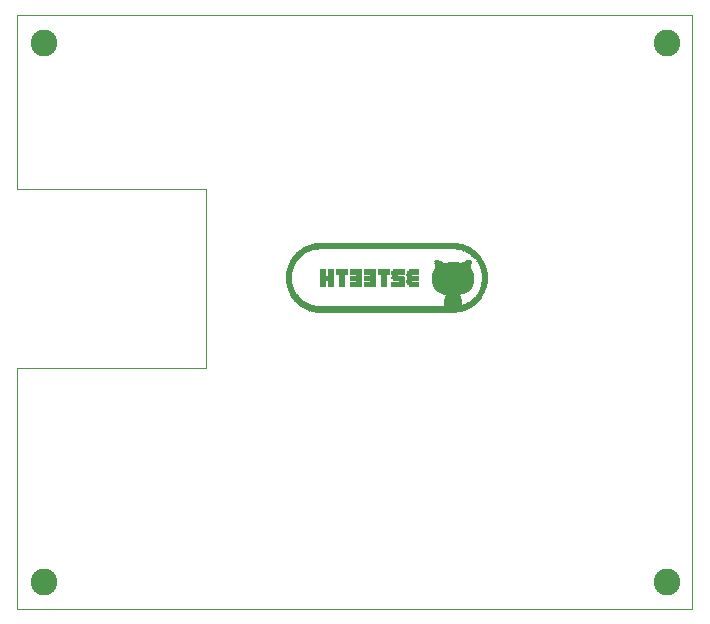
<source format=gbo>
G75*
%MOIN*%
%OFA0B0*%
%FSLAX25Y25*%
%IPPOS*%
%LPD*%
%AMOC8*
5,1,8,0,0,1.08239X$1,22.5*
%
%ADD10R,0.47420X0.00084*%
%ADD11R,0.48080X0.00083*%
%ADD12R,0.49170X0.00083*%
%ADD13R,0.00080X0.00083*%
%ADD14R,0.49920X0.00084*%
%ADD15R,0.00090X0.00083*%
%ADD16R,0.50500X0.00083*%
%ADD17R,0.51170X0.00083*%
%ADD18R,0.51660X0.00084*%
%ADD19R,0.52170X0.00083*%
%ADD20R,0.52670X0.00083*%
%ADD21R,0.53080X0.00084*%
%ADD22R,0.53340X0.00083*%
%ADD23R,0.53750X0.00083*%
%ADD24R,0.54250X0.00084*%
%ADD25R,0.54580X0.00083*%
%ADD26R,0.54830X0.00083*%
%ADD27R,0.00090X0.00084*%
%ADD28R,0.55000X0.00084*%
%ADD29R,0.55420X0.00083*%
%ADD30R,0.55750X0.00083*%
%ADD31R,0.56080X0.00084*%
%ADD32R,0.56330X0.00083*%
%ADD33R,0.56580X0.00083*%
%ADD34R,0.56830X0.00084*%
%ADD35R,0.09330X0.00083*%
%ADD36R,0.06580X0.00083*%
%ADD37R,0.09340X0.00083*%
%ADD38R,0.05660X0.00083*%
%ADD39R,0.09590X0.00084*%
%ADD40R,0.05090X0.00084*%
%ADD41R,0.09590X0.00083*%
%ADD42R,0.04750X0.00083*%
%ADD43R,0.03910X0.00083*%
%ADD44R,0.05670X0.00083*%
%ADD45R,0.04330X0.00083*%
%ADD46R,0.03840X0.00084*%
%ADD47R,0.00080X0.00084*%
%ADD48R,0.05750X0.00084*%
%ADD49R,0.04420X0.00084*%
%ADD50R,0.03750X0.00083*%
%ADD51R,0.04250X0.00083*%
%ADD52R,0.03590X0.00083*%
%ADD53R,0.05750X0.00083*%
%ADD54R,0.04000X0.00083*%
%ADD55R,0.03410X0.00084*%
%ADD56R,0.05670X0.00084*%
%ADD57R,0.03830X0.00084*%
%ADD58R,0.03330X0.00083*%
%ADD59R,0.03250X0.00083*%
%ADD60R,0.03670X0.00083*%
%ADD61R,0.03250X0.00084*%
%ADD62R,0.03670X0.00084*%
%ADD63R,0.03090X0.00083*%
%ADD64R,0.03500X0.00083*%
%ADD65R,0.03080X0.00083*%
%ADD66R,0.03080X0.00084*%
%ADD67R,0.03420X0.00084*%
%ADD68R,0.02920X0.00083*%
%ADD69R,0.03000X0.00084*%
%ADD70R,0.03170X0.00084*%
%ADD71R,0.02840X0.00083*%
%ADD72R,0.05590X0.00083*%
%ADD73R,0.03170X0.00083*%
%ADD74R,0.02750X0.00084*%
%ADD75R,0.05590X0.00084*%
%ADD76R,0.02750X0.00083*%
%ADD77R,0.02670X0.00083*%
%ADD78R,0.03000X0.00083*%
%ADD79R,0.02910X0.00084*%
%ADD80R,0.02920X0.00083*%
%ADD81R,0.02590X0.00083*%
%ADD82R,0.02830X0.00083*%
%ADD83R,0.02580X0.00084*%
%ADD84R,0.02500X0.00084*%
%ADD85R,0.02500X0.00083*%
%ADD86R,0.02660X0.00083*%
%ADD87R,0.02670X0.00084*%
%ADD88R,0.05500X0.00083*%
%ADD89R,0.02580X0.00083*%
%ADD90R,0.02410X0.00084*%
%ADD91R,0.05420X0.00084*%
%ADD92R,0.02490X0.00084*%
%ADD93R,0.02420X0.00083*%
%ADD94R,0.05330X0.00083*%
%ADD95R,0.02330X0.00083*%
%ADD96R,0.05410X0.00083*%
%ADD97R,0.02250X0.00084*%
%ADD98R,0.05250X0.00084*%
%ADD99R,0.02590X0.00084*%
%ADD100R,0.05250X0.00083*%
%ADD101R,0.02250X0.00083*%
%ADD102R,0.05170X0.00083*%
%ADD103R,0.02420X0.00084*%
%ADD104R,0.04910X0.00083*%
%ADD105R,0.02160X0.00083*%
%ADD106R,0.04830X0.00083*%
%ADD107R,0.02410X0.00083*%
%ADD108R,0.02240X0.00084*%
%ADD109R,0.04670X0.00084*%
%ADD110R,0.02420X0.00084*%
%ADD111R,0.04420X0.00083*%
%ADD112R,0.02170X0.00083*%
%ADD113R,0.02170X0.00084*%
%ADD114R,0.04170X0.00084*%
%ADD115R,0.02330X0.00084*%
%ADD116R,0.02170X0.00083*%
%ADD117R,0.04080X0.00083*%
%ADD118R,0.02420X0.00083*%
%ADD119R,0.04090X0.00083*%
%ADD120R,0.02340X0.00083*%
%ADD121R,0.00340X0.00084*%
%ADD122R,0.06250X0.00083*%
%ADD123R,0.07160X0.00083*%
%ADD124R,0.07580X0.00084*%
%ADD125R,0.08090X0.00083*%
%ADD126R,0.08500X0.00083*%
%ADD127R,0.02090X0.00084*%
%ADD128R,0.08920X0.00084*%
%ADD129R,0.02090X0.00083*%
%ADD130R,0.09170X0.00083*%
%ADD131R,0.02000X0.00083*%
%ADD132R,0.09500X0.00083*%
%ADD133R,0.02000X0.00084*%
%ADD134R,0.09830X0.00084*%
%ADD135R,0.10090X0.00083*%
%ADD136R,0.10330X0.00083*%
%ADD137R,0.10500X0.00084*%
%ADD138R,0.10830X0.00083*%
%ADD139R,0.11000X0.00083*%
%ADD140R,0.02080X0.00084*%
%ADD141R,0.11170X0.00084*%
%ADD142R,0.02160X0.00084*%
%ADD143R,0.02080X0.00083*%
%ADD144R,0.11330X0.00083*%
%ADD145R,0.01920X0.00083*%
%ADD146R,0.11580X0.00083*%
%ADD147R,0.11670X0.00084*%
%ADD148R,0.11830X0.00083*%
%ADD149R,0.01910X0.00083*%
%ADD150R,0.12000X0.00083*%
%ADD151R,0.01910X0.00084*%
%ADD152R,0.12090X0.00084*%
%ADD153R,0.02170X0.00084*%
%ADD154R,0.12170X0.00083*%
%ADD155R,0.02010X0.00083*%
%ADD156R,0.01920X0.00083*%
%ADD157R,0.12420X0.00083*%
%ADD158R,0.01920X0.00084*%
%ADD159R,0.12410X0.00084*%
%ADD160R,0.12500X0.00083*%
%ADD161R,0.12670X0.00083*%
%ADD162R,0.12750X0.00084*%
%ADD163R,0.01830X0.00083*%
%ADD164R,0.12910X0.00083*%
%ADD165R,0.13000X0.00083*%
%ADD166R,0.13000X0.00084*%
%ADD167R,0.13170X0.00083*%
%ADD168R,0.03660X0.00083*%
%ADD169R,0.04340X0.00083*%
%ADD170R,0.04170X0.00083*%
%ADD171R,0.04160X0.00083*%
%ADD172R,0.01750X0.00083*%
%ADD173R,0.13250X0.00084*%
%ADD174R,0.03660X0.00084*%
%ADD175R,0.04340X0.00084*%
%ADD176R,0.01920X0.00084*%
%ADD177R,0.04160X0.00084*%
%ADD178R,0.01830X0.00084*%
%ADD179R,0.01750X0.00084*%
%ADD180R,0.13330X0.00083*%
%ADD181R,0.13420X0.00083*%
%ADD182R,0.13420X0.00084*%
%ADD183R,0.13500X0.00083*%
%ADD184R,0.13590X0.00083*%
%ADD185R,0.13590X0.00084*%
%ADD186R,0.13670X0.00083*%
%ADD187R,0.13830X0.00084*%
%ADD188R,0.13750X0.00083*%
%ADD189R,0.13830X0.00083*%
%ADD190R,0.02010X0.00084*%
%ADD191R,0.13910X0.00083*%
%ADD192R,0.13910X0.00084*%
%ADD193R,0.01840X0.00084*%
%ADD194R,0.13920X0.00083*%
%ADD195R,0.01840X0.00083*%
%ADD196R,0.14000X0.00083*%
%ADD197R,0.14000X0.00084*%
%ADD198R,0.14160X0.00083*%
%ADD199R,0.14080X0.00084*%
%ADD200R,0.03840X0.00083*%
%ADD201R,0.04500X0.00083*%
%ADD202R,0.14080X0.00083*%
%ADD203R,0.14160X0.00084*%
%ADD204R,0.04500X0.00084*%
%ADD205R,0.03910X0.00084*%
%ADD206R,0.03830X0.00083*%
%ADD207R,0.04170X0.00083*%
%ADD208R,0.04250X0.00084*%
%ADD209R,0.04170X0.00084*%
%ADD210R,0.13250X0.00083*%
%ADD211R,0.13170X0.00084*%
%ADD212R,0.13090X0.00083*%
%ADD213R,0.12830X0.00084*%
%ADD214R,0.12580X0.00083*%
%ADD215R,0.12590X0.00084*%
%ADD216R,0.12080X0.00084*%
%ADD217R,0.11910X0.00083*%
%ADD218R,0.12000X0.00084*%
%ADD219R,0.12090X0.00083*%
%ADD220R,0.12250X0.00083*%
%ADD221R,0.12250X0.00084*%
%ADD222R,0.12330X0.00083*%
%ADD223R,0.12330X0.00084*%
%ADD224R,0.03410X0.00083*%
%ADD225R,0.05000X0.00084*%
%ADD226R,0.03330X0.00084*%
%ADD227R,0.03420X0.00083*%
%ADD228R,0.01580X0.00084*%
%ADD229R,0.00170X0.00084*%
%ADD230R,0.02840X0.00084*%
%ADD231R,0.02670X0.00083*%
%ADD232R,0.01670X0.00084*%
%ADD233R,0.01590X0.00083*%
%ADD234R,0.01420X0.00083*%
%ADD235R,0.01080X0.00083*%
%ADD236R,0.01170X0.00083*%
%ADD237R,0.01080X0.00084*%
%ADD238R,0.00920X0.00084*%
%ADD239R,0.02340X0.00084*%
%ADD240R,0.00170X0.00083*%
%ADD241R,0.02240X0.00083*%
%ADD242R,0.02660X0.00084*%
%ADD243R,0.02830X0.00084*%
%ADD244R,0.02910X0.00083*%
%ADD245R,0.02920X0.00084*%
%ADD246R,0.03090X0.00084*%
%ADD247R,0.03160X0.00083*%
%ADD248R,0.03170X0.00083*%
%ADD249R,0.03260X0.00084*%
%ADD250R,0.03340X0.00083*%
%ADD251R,0.03590X0.00084*%
%ADD252R,0.03580X0.00084*%
%ADD253R,0.03920X0.00084*%
%ADD254R,0.03920X0.00083*%
%ADD255R,0.04410X0.00083*%
%ADD256R,0.04580X0.00083*%
%ADD257R,0.05090X0.00083*%
%ADD258R,0.05080X0.00084*%
%ADD259R,0.05840X0.00083*%
%ADD260R,0.56410X0.00083*%
%ADD261R,0.56170X0.00084*%
%ADD262R,0.55670X0.00083*%
%ADD263R,0.55330X0.00084*%
%ADD264R,0.55170X0.00083*%
%ADD265R,0.54670X0.00083*%
%ADD266R,0.54410X0.00084*%
%ADD267R,0.53830X0.00083*%
%ADD268R,0.53580X0.00083*%
%ADD269R,0.53170X0.00084*%
%ADD270R,0.52330X0.00083*%
%ADD271R,0.51830X0.00084*%
%ADD272R,0.51500X0.00083*%
%ADD273R,0.50910X0.00083*%
%ADD274R,0.50330X0.00084*%
%ADD275R,0.49660X0.00083*%
%ADD276R,0.48830X0.00083*%
%ADD277R,0.48250X0.00084*%
%ADD278R,0.47750X0.00083*%
%ADD279C,0.00300*%
%ADD280C,0.08908*%
D10*
X0125060Y0100713D03*
D11*
X0125150Y0100796D03*
D12*
X0125355Y0100879D03*
D13*
X0144230Y0106796D03*
X0151400Y0103296D03*
X0152060Y0103629D03*
X0152060Y0101546D03*
X0149310Y0117129D03*
X0147230Y0117296D03*
X0147060Y0117296D03*
X0147730Y0121796D03*
X0149980Y0123379D03*
X0150980Y0123129D03*
X0151730Y0120796D03*
X0153810Y0121796D03*
X0153810Y0119379D03*
X0153230Y0118046D03*
X0153060Y0118046D03*
X0152810Y0118046D03*
X0152060Y0117879D03*
X0142310Y0118046D03*
X0141730Y0118046D03*
X0102480Y0102629D03*
X0101310Y0102796D03*
X0099730Y0103296D03*
X0100650Y0100879D03*
X0097980Y0120129D03*
D14*
X0125230Y0100963D03*
D15*
X0142145Y0118046D03*
X0147395Y0117296D03*
X0149145Y0121629D03*
X0150145Y0123379D03*
X0151145Y0121046D03*
X0153395Y0122046D03*
X0150645Y0101046D03*
X0102645Y0102629D03*
X0099895Y0101046D03*
X0098395Y0122546D03*
D16*
X0122350Y0121796D03*
X0125270Y0101046D03*
D17*
X0125355Y0101129D03*
D18*
X0125270Y0101213D03*
D19*
X0125355Y0101296D03*
D20*
X0125355Y0101379D03*
X0125355Y0122796D03*
D21*
X0125310Y0101463D03*
D22*
X0125270Y0101546D03*
D23*
X0125315Y0101629D03*
D24*
X0125315Y0101713D03*
D25*
X0125310Y0101796D03*
D26*
X0125355Y0101879D03*
D27*
X0146145Y0117213D03*
X0148395Y0117213D03*
X0148645Y0121713D03*
X0152895Y0101963D03*
D28*
X0125270Y0101963D03*
D29*
X0125310Y0102046D03*
D30*
X0125315Y0102129D03*
X0125395Y0122046D03*
D31*
X0125310Y0102213D03*
D32*
X0125355Y0102296D03*
D33*
X0125310Y0102379D03*
D34*
X0125355Y0102463D03*
D35*
X0149185Y0102546D03*
D36*
X0100060Y0102546D03*
D37*
X0149270Y0102629D03*
D38*
X0099520Y0102629D03*
D39*
X0149395Y0102713D03*
D40*
X0147395Y0105963D03*
X0099145Y0102713D03*
D41*
X0149395Y0102796D03*
D42*
X0151645Y0121629D03*
X0098815Y0102796D03*
D43*
X0134145Y0111879D03*
X0134145Y0112046D03*
X0134145Y0112129D03*
X0152395Y0102879D03*
D44*
X0147435Y0102879D03*
X0147435Y0103046D03*
X0147435Y0103379D03*
D45*
X0098605Y0102879D03*
D46*
X0129440Y0111463D03*
X0129440Y0111713D03*
X0129440Y0114463D03*
X0129440Y0114713D03*
X0152520Y0102963D03*
D47*
X0151230Y0103213D03*
X0150480Y0102963D03*
X0149980Y0116963D03*
X0148230Y0117213D03*
X0150810Y0121213D03*
X0102730Y0121713D03*
X0102560Y0121713D03*
X0100980Y0121463D03*
D48*
X0147395Y0104963D03*
X0147395Y0104713D03*
X0147475Y0104463D03*
X0147475Y0103963D03*
X0147395Y0103713D03*
X0147395Y0103463D03*
X0147475Y0102963D03*
D49*
X0098480Y0102963D03*
D50*
X0097725Y0103296D03*
X0097975Y0121129D03*
X0152815Y0121129D03*
X0152725Y0103046D03*
D51*
X0124315Y0113296D03*
X0124315Y0113379D03*
X0124315Y0113546D03*
X0124315Y0113629D03*
X0124315Y0113796D03*
X0124315Y0113879D03*
X0124315Y0114046D03*
X0124315Y0114129D03*
X0124315Y0114296D03*
X0124315Y0114379D03*
X0124315Y0114546D03*
X0124315Y0114629D03*
X0124315Y0114796D03*
X0098565Y0121379D03*
X0098225Y0103046D03*
D52*
X0152895Y0103129D03*
D53*
X0147475Y0103129D03*
X0147475Y0103296D03*
X0147395Y0103546D03*
X0147395Y0103629D03*
X0147395Y0103796D03*
X0147395Y0103879D03*
X0147475Y0104129D03*
X0147475Y0104296D03*
X0147395Y0104546D03*
X0147395Y0104629D03*
X0147395Y0104796D03*
X0147395Y0104879D03*
D54*
X0147350Y0117046D03*
X0098020Y0103129D03*
D55*
X0153065Y0103213D03*
X0153145Y0120963D03*
D56*
X0147435Y0103213D03*
D57*
X0128935Y0112463D03*
X0128935Y0112713D03*
X0097855Y0103213D03*
D58*
X0096935Y0103796D03*
X0097435Y0120796D03*
X0153185Y0103296D03*
D59*
X0153315Y0103379D03*
X0142975Y0116879D03*
X0097145Y0120629D03*
X0096815Y0103879D03*
D60*
X0097605Y0103379D03*
X0097855Y0121046D03*
D61*
X0097225Y0120713D03*
X0151975Y0116963D03*
X0153395Y0103463D03*
D62*
X0097435Y0103463D03*
D63*
X0153565Y0103546D03*
X0153895Y0103796D03*
X0154145Y0120296D03*
D64*
X0153020Y0121046D03*
X0097270Y0103546D03*
X0097190Y0103629D03*
D65*
X0096480Y0104129D03*
X0096310Y0104296D03*
X0096980Y0120546D03*
X0151980Y0117046D03*
X0153730Y0103629D03*
D66*
X0153810Y0103713D03*
X0096400Y0104213D03*
D67*
X0097060Y0103713D03*
D68*
X0142810Y0117129D03*
X0154060Y0120379D03*
X0154310Y0104129D03*
X0154060Y0103879D03*
D69*
X0154100Y0103963D03*
X0153940Y0120463D03*
X0096600Y0120213D03*
D70*
X0096685Y0103963D03*
D71*
X0154270Y0104046D03*
D72*
X0147395Y0104046D03*
X0147395Y0104379D03*
X0147395Y0105046D03*
X0147395Y0105129D03*
X0147395Y0105296D03*
D73*
X0096605Y0104046D03*
D74*
X0095815Y0104713D03*
X0095565Y0104963D03*
X0152145Y0117213D03*
X0154565Y0119963D03*
X0154725Y0104463D03*
X0154395Y0104213D03*
D75*
X0147395Y0104213D03*
X0147395Y0105213D03*
D76*
X0154565Y0104296D03*
X0095645Y0104879D03*
X0096065Y0119796D03*
X0096145Y0119879D03*
D77*
X0154605Y0104379D03*
X0154855Y0104546D03*
X0155105Y0104796D03*
D78*
X0152020Y0117129D03*
X0142850Y0117046D03*
X0096770Y0120379D03*
X0096690Y0120296D03*
X0096190Y0104379D03*
D79*
X0096145Y0104463D03*
D80*
X0095980Y0104546D03*
D81*
X0095395Y0105129D03*
X0095395Y0119129D03*
X0154895Y0119629D03*
X0155395Y0105129D03*
X0155145Y0104879D03*
X0154895Y0104629D03*
D82*
X0154605Y0119879D03*
X0154355Y0120129D03*
X0096435Y0120129D03*
X0096355Y0120046D03*
X0095775Y0104796D03*
X0095935Y0104629D03*
D83*
X0095480Y0119213D03*
X0095730Y0119463D03*
X0154810Y0119713D03*
X0154980Y0104713D03*
D84*
X0155270Y0104963D03*
X0155440Y0105213D03*
X0155350Y0119213D03*
X0155100Y0119463D03*
X0095270Y0118963D03*
X0095020Y0118713D03*
D85*
X0095190Y0118879D03*
X0095350Y0119046D03*
X0094690Y0106046D03*
X0094850Y0105796D03*
X0095020Y0105629D03*
X0095270Y0105296D03*
X0152270Y0117379D03*
X0155190Y0119379D03*
X0155270Y0119296D03*
X0155520Y0119046D03*
X0155600Y0105379D03*
X0155520Y0105296D03*
X0155270Y0105046D03*
D86*
X0095520Y0105046D03*
D87*
X0095355Y0105213D03*
D88*
X0147440Y0105379D03*
D89*
X0095230Y0105379D03*
X0095060Y0105546D03*
X0094810Y0105879D03*
X0095560Y0119296D03*
X0095650Y0119379D03*
X0095810Y0119546D03*
D90*
X0155645Y0105463D03*
D91*
X0147480Y0105463D03*
X0147480Y0106713D03*
D92*
X0095105Y0105463D03*
D93*
X0094480Y0106296D03*
X0094980Y0118629D03*
X0155730Y0105546D03*
D94*
X0147435Y0105546D03*
D95*
X0155855Y0105629D03*
X0155935Y0105796D03*
X0156435Y0117796D03*
X0156275Y0118046D03*
X0155935Y0118379D03*
X0155935Y0118546D03*
X0155685Y0118796D03*
X0155605Y0118879D03*
X0142605Y0117379D03*
X0094935Y0118546D03*
X0094685Y0118296D03*
X0094605Y0118129D03*
X0094185Y0106796D03*
X0094435Y0106379D03*
D96*
X0147395Y0105629D03*
X0147395Y0116879D03*
D97*
X0152315Y0117463D03*
X0155975Y0118463D03*
X0156315Y0117963D03*
X0156565Y0106713D03*
X0156065Y0105963D03*
X0155895Y0105713D03*
X0094225Y0106713D03*
X0094065Y0106963D03*
X0093815Y0107463D03*
X0094145Y0117463D03*
X0094315Y0117713D03*
X0094645Y0118213D03*
D98*
X0099565Y0121713D03*
X0147395Y0105713D03*
D99*
X0094895Y0105713D03*
D100*
X0147395Y0105796D03*
D101*
X0155975Y0105879D03*
X0156145Y0106046D03*
X0156315Y0106296D03*
X0156645Y0106879D03*
X0156065Y0118296D03*
X0155815Y0118629D03*
X0094395Y0117796D03*
X0094065Y0117296D03*
X0093895Y0107296D03*
X0093975Y0107129D03*
X0094065Y0107046D03*
X0094145Y0106879D03*
D102*
X0147435Y0105879D03*
D103*
X0094730Y0105963D03*
D104*
X0147395Y0106046D03*
D105*
X0156190Y0106129D03*
X0156520Y0106629D03*
X0156770Y0107046D03*
X0156770Y0117129D03*
X0094270Y0117629D03*
X0093520Y0108129D03*
D106*
X0147435Y0106129D03*
D107*
X0155395Y0119129D03*
X0095145Y0118796D03*
X0094645Y0106129D03*
D108*
X0156230Y0106213D03*
D109*
X0147435Y0106213D03*
D110*
X0142560Y0117463D03*
X0155560Y0118963D03*
X0094560Y0106213D03*
D111*
X0147480Y0106296D03*
X0147480Y0106379D03*
D112*
X0156355Y0106379D03*
X0156855Y0107129D03*
X0156605Y0117546D03*
X0156355Y0117879D03*
X0093855Y0116796D03*
X0093355Y0108629D03*
X0093855Y0107379D03*
D113*
X0093685Y0107713D03*
X0156435Y0106463D03*
X0156685Y0106963D03*
D114*
X0147435Y0106463D03*
X0119685Y0109463D03*
X0119685Y0109713D03*
X0119685Y0109963D03*
X0119685Y0110213D03*
X0119685Y0110463D03*
X0119685Y0111463D03*
X0119685Y0111713D03*
X0119685Y0111963D03*
X0119685Y0112213D03*
X0119685Y0112463D03*
X0119685Y0112713D03*
X0119685Y0113463D03*
X0119685Y0113713D03*
X0119685Y0113963D03*
X0119685Y0114213D03*
X0119685Y0114463D03*
X0119685Y0114713D03*
D115*
X0094855Y0118463D03*
X0093935Y0107213D03*
X0094435Y0106463D03*
X0156105Y0118213D03*
D116*
X0156685Y0117379D03*
X0156935Y0116879D03*
X0156685Y0106796D03*
X0156435Y0106546D03*
X0093775Y0107546D03*
X0093775Y0107629D03*
X0093685Y0107796D03*
X0093685Y0116629D03*
X0093935Y0117129D03*
X0094185Y0117379D03*
X0094185Y0117546D03*
X0094435Y0117879D03*
D117*
X0147480Y0106546D03*
D118*
X0094310Y0106546D03*
X0094560Y0118046D03*
D119*
X0098395Y0121296D03*
X0147395Y0106629D03*
D120*
X0156520Y0117629D03*
X0094770Y0118379D03*
X0094270Y0106629D03*
D121*
X0144520Y0106713D03*
D122*
X0147475Y0106796D03*
D123*
X0147520Y0106879D03*
D124*
X0147400Y0106963D03*
D125*
X0147395Y0107046D03*
D126*
X0147440Y0107129D03*
D127*
X0156895Y0107213D03*
X0156895Y0116963D03*
X0093645Y0116463D03*
X0092895Y0110213D03*
X0093145Y0109213D03*
D128*
X0147480Y0107213D03*
D129*
X0156895Y0107296D03*
X0157145Y0107796D03*
X0157395Y0115796D03*
X0093645Y0116379D03*
X0093395Y0115879D03*
X0093395Y0108379D03*
X0093645Y0107879D03*
D130*
X0147435Y0107296D03*
D131*
X0156940Y0107379D03*
X0157020Y0107546D03*
X0157020Y0107629D03*
X0157190Y0107879D03*
X0157350Y0108296D03*
X0157520Y0108879D03*
X0157600Y0109129D03*
X0157690Y0109296D03*
X0157690Y0109379D03*
X0157770Y0109629D03*
X0157850Y0114379D03*
X0157600Y0115296D03*
X0157520Y0115546D03*
X0157520Y0115629D03*
X0157350Y0115879D03*
X0157270Y0116046D03*
X0157190Y0116296D03*
X0156850Y0117046D03*
X0142440Y0117629D03*
X0093690Y0116546D03*
X0093520Y0116129D03*
X0093440Y0116046D03*
X0093270Y0115546D03*
X0093270Y0115379D03*
X0093100Y0115046D03*
X0093100Y0114879D03*
X0093020Y0114629D03*
X0093020Y0114546D03*
X0092940Y0114129D03*
X0092770Y0113129D03*
X0092770Y0111546D03*
X0092770Y0111379D03*
X0092770Y0110879D03*
X0092940Y0110046D03*
X0092940Y0109879D03*
X0093020Y0109629D03*
X0093100Y0109546D03*
X0093100Y0109379D03*
X0093100Y0109296D03*
X0093190Y0109129D03*
X0093190Y0109046D03*
X0093270Y0108796D03*
D132*
X0147520Y0107379D03*
D133*
X0157020Y0107463D03*
X0157100Y0107713D03*
X0157350Y0108213D03*
X0157600Y0108963D03*
X0157690Y0109213D03*
X0157520Y0115463D03*
X0157440Y0115713D03*
X0157350Y0115963D03*
X0157190Y0116463D03*
X0093770Y0116713D03*
X0093440Y0115963D03*
X0093270Y0115463D03*
X0093190Y0115213D03*
X0093100Y0114963D03*
X0093020Y0114713D03*
X0092770Y0112713D03*
X0092770Y0111213D03*
X0092770Y0110713D03*
X0092940Y0109963D03*
X0092940Y0109713D03*
X0093190Y0108963D03*
X0093270Y0108713D03*
D134*
X0147435Y0107463D03*
D135*
X0147395Y0107546D03*
D136*
X0147435Y0107629D03*
D137*
X0147440Y0107713D03*
D138*
X0147355Y0107796D03*
D139*
X0147440Y0107879D03*
D140*
X0157230Y0107963D03*
X0156810Y0117213D03*
X0093560Y0116213D03*
X0093480Y0108213D03*
D141*
X0147435Y0107963D03*
D142*
X0157020Y0116713D03*
X0156520Y0117713D03*
X0094020Y0117213D03*
X0093520Y0107963D03*
D143*
X0093560Y0108046D03*
X0093480Y0108296D03*
X0093230Y0108879D03*
X0093060Y0114796D03*
X0093560Y0116296D03*
X0093980Y0117046D03*
X0142480Y0117546D03*
X0152400Y0117546D03*
X0156730Y0117296D03*
X0156980Y0116796D03*
X0157060Y0116629D03*
X0157060Y0116546D03*
X0157310Y0116129D03*
X0157230Y0108046D03*
D144*
X0147435Y0108046D03*
D145*
X0157310Y0108129D03*
X0157560Y0108796D03*
X0157810Y0109796D03*
X0157810Y0109879D03*
X0158060Y0111046D03*
X0158060Y0111129D03*
X0158060Y0111296D03*
X0158060Y0111379D03*
X0158060Y0111546D03*
X0158060Y0112629D03*
X0157560Y0115379D03*
X0124310Y0113129D03*
X0124310Y0113046D03*
X0124310Y0112879D03*
X0124310Y0112796D03*
X0124310Y0112629D03*
X0124310Y0112546D03*
X0124310Y0112379D03*
X0124310Y0112296D03*
X0124310Y0112129D03*
X0124310Y0112046D03*
X0124310Y0111879D03*
X0124310Y0111796D03*
X0124310Y0111629D03*
X0124310Y0111546D03*
X0124310Y0111379D03*
X0124310Y0111296D03*
X0124310Y0111129D03*
X0124310Y0111046D03*
X0124310Y0110879D03*
X0124310Y0110796D03*
X0124310Y0110629D03*
X0124310Y0110546D03*
X0124310Y0110379D03*
X0124310Y0110296D03*
X0124310Y0110129D03*
X0124310Y0110046D03*
X0124310Y0109879D03*
X0124310Y0109796D03*
X0124310Y0109629D03*
X0124310Y0109546D03*
X0124310Y0109379D03*
X0124310Y0109296D03*
X0092900Y0110129D03*
X0092810Y0110629D03*
X0092810Y0110796D03*
X0092810Y0111046D03*
X0092810Y0112879D03*
X0092810Y0113046D03*
X0092810Y0113296D03*
X0092810Y0113379D03*
X0092900Y0113796D03*
X0092900Y0113879D03*
X0092900Y0114046D03*
X0093400Y0115796D03*
D146*
X0147480Y0108129D03*
D147*
X0147435Y0108213D03*
D148*
X0147435Y0108296D03*
D149*
X0157145Y0116379D03*
X0157645Y0115129D03*
X0157645Y0115046D03*
X0157895Y0114129D03*
X0157895Y0114046D03*
X0157895Y0110296D03*
X0157895Y0110046D03*
X0157395Y0108546D03*
X0157395Y0108379D03*
X0093145Y0115129D03*
D150*
X0147440Y0115046D03*
X0147440Y0115296D03*
X0147440Y0108379D03*
D151*
X0157395Y0108463D03*
X0157895Y0110213D03*
X0157895Y0110463D03*
D152*
X0147395Y0108463D03*
X0147395Y0115463D03*
D153*
X0156605Y0117463D03*
X0093855Y0116963D03*
X0093355Y0108463D03*
D154*
X0147435Y0108546D03*
X0147435Y0114879D03*
X0147435Y0115546D03*
D155*
X0093855Y0116879D03*
X0093355Y0115629D03*
X0092855Y0113629D03*
X0092855Y0113546D03*
X0092855Y0110546D03*
X0092855Y0110379D03*
X0092855Y0110296D03*
X0093355Y0108546D03*
D156*
X0092980Y0109796D03*
X0092730Y0111296D03*
X0092730Y0111629D03*
X0092730Y0111796D03*
X0092730Y0111879D03*
X0092730Y0112046D03*
X0092730Y0112129D03*
X0092730Y0112296D03*
X0092730Y0112379D03*
X0092730Y0112546D03*
X0092730Y0112629D03*
X0092730Y0112796D03*
X0092980Y0114296D03*
X0092980Y0114379D03*
X0093230Y0115296D03*
X0152480Y0117629D03*
X0157730Y0114879D03*
X0157730Y0114796D03*
X0157980Y0113629D03*
X0157980Y0113129D03*
X0157980Y0110879D03*
X0157980Y0110796D03*
X0157980Y0110629D03*
X0157730Y0109546D03*
X0157480Y0108629D03*
D157*
X0147480Y0108629D03*
X0147480Y0114796D03*
D158*
X0157230Y0116213D03*
X0157980Y0113463D03*
X0157980Y0113213D03*
X0157980Y0110963D03*
X0157730Y0109463D03*
X0157480Y0108713D03*
X0092980Y0114463D03*
X0092730Y0112963D03*
X0092730Y0112463D03*
X0092730Y0112213D03*
X0092730Y0111963D03*
X0092730Y0111713D03*
X0092730Y0111463D03*
D159*
X0147395Y0108713D03*
D160*
X0147440Y0108796D03*
D161*
X0147435Y0108879D03*
X0147435Y0114546D03*
D162*
X0147395Y0108963D03*
D163*
X0157605Y0109046D03*
X0157855Y0110129D03*
X0157935Y0110379D03*
X0157935Y0110546D03*
X0158105Y0111629D03*
X0158105Y0111796D03*
X0158105Y0111879D03*
X0158105Y0112046D03*
X0158105Y0112129D03*
X0158105Y0112296D03*
X0157935Y0113546D03*
X0157935Y0113796D03*
X0157935Y0113879D03*
X0157855Y0114296D03*
X0132855Y0113129D03*
X0132855Y0113046D03*
X0132855Y0112879D03*
X0132855Y0112796D03*
X0132855Y0111129D03*
X0132855Y0111046D03*
X0132855Y0110879D03*
X0132855Y0110796D03*
X0127935Y0112796D03*
X0127935Y0112879D03*
X0127935Y0113046D03*
X0127935Y0113129D03*
X0120855Y0113129D03*
X0120855Y0113046D03*
X0120855Y0112879D03*
X0120855Y0112796D03*
X0120855Y0111129D03*
X0120855Y0111046D03*
X0120855Y0110879D03*
X0120855Y0110796D03*
X0116185Y0110796D03*
X0116185Y0110879D03*
X0116185Y0111046D03*
X0116185Y0111129D03*
X0116185Y0112796D03*
X0116185Y0112879D03*
X0116185Y0113046D03*
X0116185Y0113129D03*
X0110355Y0113129D03*
X0110355Y0113046D03*
X0110355Y0112879D03*
X0110355Y0112796D03*
X0110355Y0112629D03*
X0110355Y0112546D03*
X0110355Y0112379D03*
X0110355Y0112296D03*
X0110355Y0112129D03*
X0110355Y0112046D03*
X0110355Y0111879D03*
X0110355Y0111796D03*
X0110355Y0111629D03*
X0110355Y0111546D03*
X0110355Y0111379D03*
X0110355Y0111296D03*
X0110355Y0111129D03*
X0110355Y0111046D03*
X0110355Y0110879D03*
X0110355Y0110796D03*
X0110355Y0110629D03*
X0110355Y0110546D03*
X0110355Y0110379D03*
X0110355Y0110296D03*
X0110355Y0110129D03*
X0110355Y0110046D03*
X0110355Y0109879D03*
X0110355Y0109796D03*
X0110355Y0109629D03*
X0110355Y0109546D03*
X0110355Y0109379D03*
X0110355Y0109296D03*
D164*
X0147395Y0109046D03*
D165*
X0147440Y0109129D03*
X0147440Y0114379D03*
D166*
X0147440Y0109213D03*
D167*
X0147435Y0109296D03*
X0147435Y0109379D03*
D168*
X0134270Y0109379D03*
X0134270Y0109296D03*
X0134270Y0109546D03*
X0134270Y0109629D03*
X0134270Y0114379D03*
X0134270Y0114546D03*
X0134270Y0114629D03*
X0134270Y0114796D03*
D169*
X0129190Y0114296D03*
X0129190Y0114129D03*
X0129190Y0114046D03*
X0129190Y0113879D03*
X0129190Y0113796D03*
X0129190Y0113629D03*
X0129190Y0113546D03*
X0129190Y0113379D03*
X0129190Y0113296D03*
X0129190Y0112129D03*
X0129190Y0112046D03*
X0129190Y0111879D03*
X0129190Y0111796D03*
X0129190Y0110629D03*
X0129190Y0110546D03*
X0129190Y0110379D03*
X0129190Y0110296D03*
X0129190Y0110129D03*
X0129190Y0110046D03*
X0129190Y0109879D03*
X0129190Y0109796D03*
X0129190Y0109629D03*
X0129190Y0109546D03*
X0129190Y0109379D03*
X0129190Y0109296D03*
D170*
X0119685Y0109296D03*
X0119685Y0109379D03*
X0119685Y0109546D03*
X0119685Y0109629D03*
X0119685Y0109796D03*
X0119685Y0109879D03*
X0119685Y0110046D03*
X0119685Y0110129D03*
X0119685Y0110296D03*
X0119685Y0110379D03*
X0119685Y0110546D03*
X0119685Y0110629D03*
X0119685Y0111296D03*
X0119685Y0111379D03*
X0119685Y0111546D03*
X0119685Y0111629D03*
X0119685Y0111796D03*
X0119685Y0111879D03*
X0119685Y0112046D03*
X0119685Y0112129D03*
X0119685Y0112296D03*
X0119685Y0112379D03*
X0119685Y0112546D03*
X0119685Y0112629D03*
X0119685Y0113296D03*
X0119685Y0113379D03*
X0119685Y0113546D03*
X0119685Y0113629D03*
X0119685Y0113796D03*
X0119685Y0113879D03*
X0119685Y0114046D03*
X0119685Y0114129D03*
X0119685Y0114296D03*
X0119685Y0114379D03*
X0119685Y0114546D03*
X0119685Y0114629D03*
X0119685Y0114796D03*
D171*
X0115020Y0114796D03*
X0115020Y0114629D03*
X0115020Y0114546D03*
X0115020Y0114379D03*
X0115020Y0114296D03*
X0115020Y0114129D03*
X0115020Y0114046D03*
X0115020Y0113879D03*
X0115020Y0113796D03*
X0115020Y0113629D03*
X0115020Y0113546D03*
X0115020Y0113379D03*
X0115020Y0113296D03*
X0115020Y0112629D03*
X0115020Y0112546D03*
X0115020Y0112379D03*
X0115020Y0112296D03*
X0115020Y0112129D03*
X0115020Y0112046D03*
X0115020Y0111879D03*
X0115020Y0111796D03*
X0115020Y0111629D03*
X0115020Y0111546D03*
X0115020Y0111379D03*
X0115020Y0111296D03*
X0115020Y0110629D03*
X0115020Y0110546D03*
X0115020Y0110379D03*
X0115020Y0110296D03*
X0115020Y0110129D03*
X0115020Y0110046D03*
X0115020Y0109879D03*
X0115020Y0109796D03*
X0115020Y0109629D03*
X0115020Y0109546D03*
X0115020Y0109379D03*
X0115020Y0109296D03*
X0134020Y0109796D03*
X0134020Y0109879D03*
X0134020Y0110046D03*
X0134020Y0110129D03*
X0134020Y0110296D03*
X0134020Y0110379D03*
X0134020Y0110546D03*
X0134020Y0110629D03*
X0134020Y0111296D03*
X0134020Y0111379D03*
X0134020Y0111546D03*
X0134020Y0111629D03*
X0134020Y0111796D03*
X0134020Y0112296D03*
X0134020Y0112379D03*
X0134020Y0112546D03*
X0134020Y0112629D03*
X0134020Y0113296D03*
X0134020Y0113379D03*
X0134020Y0113546D03*
X0134020Y0113629D03*
X0134020Y0113796D03*
X0134020Y0113879D03*
X0134020Y0114046D03*
X0134020Y0114129D03*
X0134020Y0114296D03*
D172*
X0157975Y0113379D03*
X0158065Y0112879D03*
X0106895Y0112879D03*
X0106895Y0112796D03*
X0106895Y0113046D03*
X0106895Y0113129D03*
X0106895Y0113296D03*
X0106895Y0113379D03*
X0106895Y0113546D03*
X0106895Y0113629D03*
X0106895Y0113796D03*
X0106895Y0113879D03*
X0106895Y0114046D03*
X0106895Y0114129D03*
X0106895Y0114296D03*
X0106895Y0114379D03*
X0106895Y0114546D03*
X0106895Y0114629D03*
X0106895Y0114796D03*
X0104145Y0114796D03*
X0104145Y0114629D03*
X0104145Y0114546D03*
X0104145Y0114379D03*
X0104145Y0114296D03*
X0104145Y0114129D03*
X0104145Y0114046D03*
X0104145Y0113879D03*
X0104145Y0113796D03*
X0104145Y0113629D03*
X0104145Y0113546D03*
X0104145Y0113379D03*
X0104145Y0113296D03*
X0104145Y0113129D03*
X0104145Y0113046D03*
X0104145Y0112879D03*
X0104145Y0112796D03*
X0104145Y0111129D03*
X0104145Y0111046D03*
X0104145Y0110879D03*
X0104145Y0110796D03*
X0104145Y0110629D03*
X0104145Y0110546D03*
X0104145Y0110379D03*
X0104145Y0110296D03*
X0104145Y0110129D03*
X0104145Y0110046D03*
X0104145Y0109879D03*
X0104145Y0109796D03*
X0104145Y0109629D03*
X0104145Y0109546D03*
X0104145Y0109379D03*
X0104145Y0109296D03*
X0106895Y0109296D03*
X0106895Y0109379D03*
X0106895Y0109546D03*
X0106895Y0109629D03*
X0106895Y0109796D03*
X0106895Y0109879D03*
X0106895Y0110046D03*
X0106895Y0110129D03*
X0106895Y0110296D03*
X0106895Y0110379D03*
X0106895Y0110546D03*
X0106895Y0110629D03*
X0106895Y0110796D03*
X0106895Y0110879D03*
X0106895Y0111046D03*
X0106895Y0111129D03*
D173*
X0147475Y0109463D03*
D174*
X0134270Y0109463D03*
X0134270Y0109713D03*
X0134270Y0114463D03*
X0134270Y0114713D03*
D175*
X0129190Y0114213D03*
X0129190Y0113963D03*
X0129190Y0113713D03*
X0129190Y0113463D03*
X0129190Y0112213D03*
X0129190Y0111963D03*
X0129190Y0110463D03*
X0129190Y0110213D03*
X0129190Y0109963D03*
X0129190Y0109713D03*
X0129190Y0109463D03*
D176*
X0124310Y0109463D03*
X0124310Y0109713D03*
X0124310Y0109963D03*
X0124310Y0110213D03*
X0124310Y0110463D03*
X0124310Y0110713D03*
X0124310Y0110963D03*
X0124310Y0111213D03*
X0124310Y0111463D03*
X0124310Y0111713D03*
X0124310Y0111963D03*
X0124310Y0112213D03*
X0124310Y0112463D03*
X0124310Y0112713D03*
X0124310Y0112963D03*
X0124310Y0113213D03*
X0092900Y0113963D03*
X0092900Y0114213D03*
X0092810Y0113213D03*
X0092810Y0110963D03*
X0093060Y0109463D03*
X0157810Y0109713D03*
X0158060Y0111213D03*
X0158060Y0111463D03*
X0157810Y0114213D03*
D177*
X0134020Y0114213D03*
X0134020Y0113963D03*
X0134020Y0113713D03*
X0134020Y0113463D03*
X0134020Y0112713D03*
X0134020Y0112463D03*
X0134020Y0112213D03*
X0134020Y0111713D03*
X0134020Y0111463D03*
X0134020Y0110463D03*
X0134020Y0110213D03*
X0134020Y0109963D03*
X0115020Y0109963D03*
X0115020Y0110213D03*
X0115020Y0110463D03*
X0115020Y0109713D03*
X0115020Y0109463D03*
X0115020Y0111463D03*
X0115020Y0111713D03*
X0115020Y0111963D03*
X0115020Y0112213D03*
X0115020Y0112463D03*
X0115020Y0112713D03*
X0115020Y0113463D03*
X0115020Y0113713D03*
X0115020Y0113963D03*
X0115020Y0114213D03*
X0115020Y0114463D03*
X0115020Y0114713D03*
D178*
X0116185Y0113213D03*
X0116185Y0112963D03*
X0116185Y0111213D03*
X0116185Y0110963D03*
X0116185Y0110713D03*
X0120855Y0110713D03*
X0120855Y0110963D03*
X0120855Y0111213D03*
X0120855Y0112963D03*
X0120855Y0113213D03*
X0127935Y0113213D03*
X0127935Y0112963D03*
X0132855Y0112963D03*
X0132855Y0113213D03*
X0132855Y0111213D03*
X0132855Y0110963D03*
X0132855Y0110713D03*
X0110355Y0110713D03*
X0110355Y0110963D03*
X0110355Y0111213D03*
X0110355Y0111463D03*
X0110355Y0111713D03*
X0110355Y0111963D03*
X0110355Y0112213D03*
X0110355Y0112463D03*
X0110355Y0112713D03*
X0110355Y0112963D03*
X0110355Y0113213D03*
X0110355Y0110463D03*
X0110355Y0110213D03*
X0110355Y0109963D03*
X0110355Y0109713D03*
X0110355Y0109463D03*
X0157855Y0109963D03*
X0157935Y0110713D03*
X0158105Y0111713D03*
X0158105Y0111963D03*
X0158105Y0112463D03*
X0157935Y0113713D03*
X0157935Y0113963D03*
X0157685Y0114963D03*
X0157605Y0115213D03*
D179*
X0158065Y0112713D03*
X0106895Y0112963D03*
X0106895Y0113213D03*
X0106895Y0113463D03*
X0106895Y0113713D03*
X0106895Y0113963D03*
X0106895Y0114213D03*
X0106895Y0114463D03*
X0106895Y0114713D03*
X0104145Y0114713D03*
X0104145Y0114463D03*
X0104145Y0114213D03*
X0104145Y0113963D03*
X0104145Y0113713D03*
X0104145Y0113463D03*
X0104145Y0113213D03*
X0104145Y0112963D03*
X0104145Y0111213D03*
X0104145Y0110963D03*
X0104145Y0110713D03*
X0104145Y0110463D03*
X0104145Y0110213D03*
X0104145Y0109963D03*
X0104145Y0109713D03*
X0104145Y0109463D03*
X0106895Y0109463D03*
X0106895Y0109713D03*
X0106895Y0109963D03*
X0106895Y0110213D03*
X0106895Y0110463D03*
X0106895Y0110713D03*
X0106895Y0110963D03*
X0106895Y0111213D03*
D180*
X0147435Y0109546D03*
X0147435Y0114046D03*
D181*
X0147480Y0113879D03*
X0147480Y0113796D03*
X0147480Y0109629D03*
D182*
X0147480Y0109713D03*
X0147480Y0113963D03*
D183*
X0147440Y0109796D03*
D184*
X0147395Y0109879D03*
X0147395Y0110046D03*
D185*
X0147395Y0109963D03*
X0147395Y0113713D03*
D186*
X0147435Y0113629D03*
X0147435Y0110129D03*
D187*
X0147435Y0110213D03*
X0147435Y0110463D03*
X0147435Y0113213D03*
X0147435Y0113463D03*
D188*
X0147395Y0110296D03*
D189*
X0147435Y0110379D03*
X0147435Y0110629D03*
X0147435Y0113296D03*
X0147435Y0113379D03*
X0147435Y0113546D03*
D190*
X0093355Y0115713D03*
X0092855Y0113713D03*
X0092855Y0113463D03*
X0092855Y0110463D03*
D191*
X0147395Y0110546D03*
X0147395Y0113129D03*
D192*
X0147395Y0110713D03*
D193*
X0158020Y0112213D03*
X0158020Y0112963D03*
X0157770Y0114463D03*
X0157770Y0114713D03*
X0130440Y0111213D03*
X0130440Y0110963D03*
X0130440Y0110713D03*
D194*
X0147480Y0110796D03*
D195*
X0158020Y0112379D03*
X0158020Y0112546D03*
X0158020Y0112796D03*
X0158020Y0113046D03*
X0158020Y0113296D03*
X0157770Y0114546D03*
X0157770Y0114629D03*
X0130440Y0111129D03*
X0130440Y0111046D03*
X0130440Y0110879D03*
X0130440Y0110796D03*
X0092770Y0111129D03*
D196*
X0147440Y0111046D03*
X0147440Y0110879D03*
X0147440Y0112796D03*
X0147440Y0112879D03*
X0147440Y0113046D03*
D197*
X0147440Y0112963D03*
X0147440Y0112713D03*
X0147440Y0110963D03*
D198*
X0147440Y0111129D03*
X0147440Y0111296D03*
X0147440Y0112296D03*
X0147440Y0112629D03*
D199*
X0147400Y0112213D03*
X0147480Y0111963D03*
X0147480Y0111713D03*
X0147480Y0111213D03*
D200*
X0129440Y0111296D03*
X0129440Y0111379D03*
X0129440Y0111546D03*
X0129440Y0111629D03*
X0129440Y0114379D03*
X0129440Y0114546D03*
X0129440Y0114629D03*
X0129440Y0114796D03*
D201*
X0105520Y0112629D03*
X0105520Y0112546D03*
X0105520Y0112379D03*
X0105520Y0112296D03*
X0105520Y0112129D03*
X0105520Y0112046D03*
X0105520Y0111879D03*
X0105520Y0111796D03*
X0105520Y0111629D03*
X0105520Y0111546D03*
X0105520Y0111379D03*
X0105520Y0111296D03*
D202*
X0147400Y0112379D03*
X0147400Y0112546D03*
X0147480Y0112129D03*
X0147480Y0112046D03*
X0147480Y0111879D03*
X0147480Y0111796D03*
X0147480Y0111629D03*
X0147480Y0111546D03*
X0147480Y0111379D03*
D203*
X0147440Y0111463D03*
X0147440Y0112463D03*
D204*
X0105520Y0112463D03*
X0105520Y0112713D03*
X0105520Y0112213D03*
X0105520Y0111963D03*
X0105520Y0111713D03*
X0105520Y0111463D03*
D205*
X0134145Y0111963D03*
D206*
X0128935Y0112296D03*
X0128935Y0112379D03*
X0128935Y0112546D03*
X0128935Y0112629D03*
D207*
X0110355Y0113296D03*
X0110355Y0113379D03*
X0110355Y0113546D03*
X0110355Y0113629D03*
X0110355Y0113796D03*
X0110355Y0113879D03*
X0110355Y0114046D03*
X0110355Y0114129D03*
X0110355Y0114296D03*
X0110355Y0114379D03*
X0110355Y0114546D03*
X0110355Y0114629D03*
X0110355Y0114796D03*
D208*
X0098725Y0121463D03*
X0124315Y0114713D03*
X0124315Y0114463D03*
X0124315Y0114213D03*
X0124315Y0113963D03*
X0124315Y0113713D03*
X0124315Y0113463D03*
D209*
X0110355Y0113463D03*
X0110355Y0113713D03*
X0110355Y0113963D03*
X0110355Y0114213D03*
X0110355Y0114463D03*
X0110355Y0114713D03*
X0152105Y0121463D03*
D210*
X0147475Y0114129D03*
D211*
X0147435Y0114213D03*
D212*
X0147395Y0114296D03*
D213*
X0147435Y0114463D03*
D214*
X0147480Y0114629D03*
D215*
X0147395Y0114713D03*
D216*
X0147480Y0114963D03*
D217*
X0147395Y0115129D03*
D218*
X0147440Y0115213D03*
D219*
X0147395Y0115379D03*
D220*
X0147395Y0115629D03*
X0147395Y0115879D03*
X0147395Y0116046D03*
X0147395Y0116129D03*
X0147395Y0116296D03*
X0147395Y0116379D03*
D221*
X0147395Y0116463D03*
X0147395Y0116213D03*
X0147395Y0115963D03*
X0147395Y0115713D03*
D222*
X0147435Y0115796D03*
X0147435Y0116546D03*
X0147435Y0116629D03*
X0147435Y0116796D03*
D223*
X0147435Y0116713D03*
D224*
X0151895Y0116879D03*
D225*
X0147350Y0116963D03*
D226*
X0142935Y0116963D03*
D227*
X0147480Y0117129D03*
X0153230Y0120879D03*
D228*
X0147310Y0117213D03*
X0142310Y0117713D03*
D229*
X0146355Y0117213D03*
X0102355Y0121713D03*
D230*
X0142770Y0117213D03*
D231*
X0142685Y0117296D03*
X0152185Y0117296D03*
X0154685Y0119796D03*
X0154935Y0119546D03*
X0095935Y0119629D03*
D232*
X0152605Y0117713D03*
D233*
X0152645Y0117796D03*
D234*
X0142230Y0117796D03*
D235*
X0152730Y0117879D03*
D236*
X0142105Y0117879D03*
D237*
X0152810Y0117963D03*
D238*
X0142060Y0117963D03*
D239*
X0155770Y0118713D03*
X0094520Y0117963D03*
D240*
X0141935Y0118046D03*
D241*
X0156230Y0118129D03*
D242*
X0096020Y0119713D03*
D243*
X0096275Y0119963D03*
D244*
X0154395Y0120046D03*
D245*
X0154230Y0120213D03*
D246*
X0096895Y0120463D03*
D247*
X0153770Y0120546D03*
D248*
X0153685Y0120629D03*
X0153435Y0120796D03*
D249*
X0153480Y0120713D03*
D250*
X0097520Y0120879D03*
D251*
X0097645Y0120963D03*
D252*
X0152730Y0121213D03*
D253*
X0098150Y0121213D03*
D254*
X0152310Y0121379D03*
X0152560Y0121296D03*
D255*
X0151895Y0121546D03*
D256*
X0098980Y0121546D03*
D257*
X0099395Y0121629D03*
D258*
X0151310Y0121713D03*
D259*
X0150770Y0121796D03*
D260*
X0125395Y0121879D03*
D261*
X0125435Y0121963D03*
D262*
X0125435Y0122129D03*
D263*
X0125435Y0122213D03*
D264*
X0125435Y0122296D03*
D265*
X0125435Y0122379D03*
D266*
X0125395Y0122463D03*
D267*
X0125435Y0122546D03*
D268*
X0125480Y0122629D03*
D269*
X0125435Y0122713D03*
D270*
X0125435Y0122879D03*
D271*
X0125355Y0122963D03*
D272*
X0125520Y0123046D03*
D273*
X0125395Y0123129D03*
D274*
X0125355Y0123213D03*
D275*
X0125440Y0123296D03*
D276*
X0125435Y0123379D03*
D277*
X0125475Y0123463D03*
D278*
X0125225Y0123546D03*
D279*
X0002189Y0082209D02*
X0002189Y0001992D01*
X0227189Y0001992D01*
X0227189Y0199925D01*
X0002189Y0199925D01*
X0002189Y0141854D01*
X0065083Y0141854D01*
X0065083Y0082209D01*
X0002189Y0082209D01*
D280*
X0010949Y0010949D03*
X0010949Y0190476D03*
X0218823Y0190476D03*
X0218823Y0010949D03*
M02*

</source>
